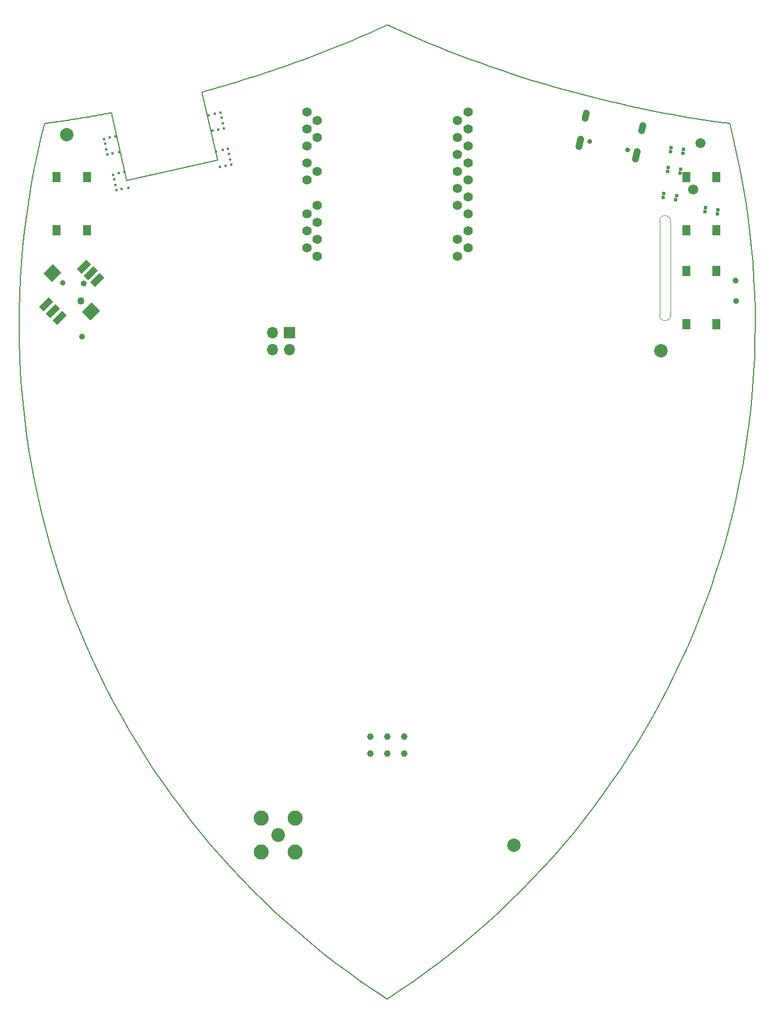
<source format=gbr>
%TF.GenerationSoftware,KiCad,Pcbnew,5.99.0-unknown-r17145-8bd2765f*%
%TF.CreationDate,2019-12-26T00:38:18+08:00*%
%TF.ProjectId,r2,72322e6b-6963-4616-945f-706362585858,rev?*%
%TF.SameCoordinates,Original*%
%TF.FileFunction,Soldermask,Top*%
%TF.FilePolarity,Negative*%
%FSLAX46Y46*%
G04 Gerber Fmt 4.6, Leading zero omitted, Abs format (unit mm)*
G04 Created by KiCad (PCBNEW 5.99.0-unknown-r17145-8bd2765f) date 2019-12-26 00:38:18*
%MOMM*%
%LPD*%
G04 APERTURE LIST*
%ADD10C,0.200000*%
%TA.AperFunction,Profile*%
%ADD11C,0.200000*%
%TD*%
%TA.AperFunction,Profile*%
%ADD12C,0.100000*%
%TD*%
%ADD13C,1.000000*%
%ADD14C,0.600000*%
%ADD15C,1.500000*%
%ADD16C,0.400000*%
%ADD17O,1.700000X1.700000*%
%ADD18R,1.700000X1.700000*%
%ADD19R,1.300000X1.550000*%
%ADD20C,2.250000*%
%ADD21C,2.050000*%
%ADD22C,0.800000*%
%ADD23C,1.100000*%
%ADD24C,2.000000*%
%ADD25C,0.900000*%
%ADD26C,1.400000*%
%ADD27C,0.650000*%
%ADD28C,1.000000*%
G04 APERTURE END LIST*
D10*
X-46883119Y57219047D02*
X-45998794Y55024030D01*
X-45072774Y52850080D01*
X-44105487Y50697719D01*
X-43097358Y48567469D01*
X-42048818Y46459852D01*
X-40960292Y44375391D01*
X-39832210Y42314607D01*
X-38664999Y40278023D01*
X-37459086Y38266162D01*
X-36214900Y36279544D01*
X-34932868Y34318693D01*
X-33613417Y32384130D01*
X-32256977Y30476379D01*
X-30863974Y28595960D01*
X-29434836Y26743397D01*
X-27969992Y24919211D01*
X-26469868Y23123925D01*
X-24934893Y21358060D01*
X-23365494Y19622140D01*
X-21762100Y17916686D01*
X-20125137Y16242221D01*
X-18455034Y14599266D01*
X-16752218Y12988344D01*
X-15017118Y11409978D01*
X-13250161Y9864688D01*
X-11451775Y8352998D01*
X-9622387Y6875430D01*
X-7762426Y5432506D01*
X-5872319Y4024748D01*
X-3952493Y2652678D01*
X-2003378Y1316819D01*
X-25400Y17693D01*
D11*
X-25387675Y125540899D02*
X-39068699Y122480184D01*
D10*
X-25400Y17693D02*
X1952607Y1316796D01*
X3901753Y2652634D01*
X5821608Y4024683D01*
X7711746Y5432421D01*
X9571738Y6875326D01*
X11401156Y8352876D01*
X13199573Y9864548D01*
X14966562Y11409821D01*
X16701693Y12988171D01*
X18404540Y14599078D01*
X20074674Y16242018D01*
X21711668Y17916470D01*
X23315094Y19621911D01*
X24884525Y21357819D01*
X26419532Y23123672D01*
X27919687Y24918948D01*
X29384563Y26743124D01*
X30813733Y28595678D01*
X32206768Y30476088D01*
X33563240Y32383832D01*
X34882722Y34318388D01*
X36164785Y36279233D01*
X37409003Y38265846D01*
X38614948Y40277703D01*
X39782190Y42314283D01*
X40910304Y44375064D01*
X41998860Y46459523D01*
X43047432Y48567138D01*
X44055591Y50697387D01*
X45022910Y52849748D01*
X45948960Y55023699D01*
X46833315Y57218717D01*
X46833315Y57218717D02*
X47674233Y59430739D01*
X48470235Y61655601D01*
X49221280Y63892629D01*
X49927327Y66141149D01*
X50588335Y68400488D01*
X51204266Y70669972D01*
X51775077Y72948926D01*
X52300728Y75236677D01*
X52781180Y77532551D01*
X53216391Y79835874D01*
X53606321Y82145973D01*
X53950931Y84462173D01*
X54250178Y86783801D01*
X54504023Y89110182D01*
X54712426Y91440644D01*
X54875345Y93774512D01*
X54992741Y96111112D01*
X55064573Y98449770D01*
X55090801Y100789813D01*
X55071384Y103130566D01*
X55006282Y105471357D01*
X54895454Y107811510D01*
X54738859Y110150353D01*
X54536459Y112487211D01*
X54288211Y114821411D01*
X53994075Y117152278D01*
X53654012Y119479139D01*
X53267981Y121801320D01*
X52835940Y124118147D01*
X52357850Y126428946D01*
X51833671Y128733044D01*
X51263362Y131029767D01*
D11*
X-27807059Y135739115D02*
X-25387675Y125540899D01*
D10*
X-41327353Y132632849D02*
X-41637711Y132574316D01*
X-41948184Y132516325D01*
X-42258772Y132458877D01*
X-42569473Y132401972D01*
X-42880287Y132345610D01*
X-43191214Y132289790D01*
X-43502252Y132234514D01*
X-43813401Y132179782D01*
X-44124660Y132125593D01*
X-44436029Y132071948D01*
X-44747506Y132018847D01*
X-45059091Y131966290D01*
X-45370784Y131914278D01*
X-45682583Y131862810D01*
X-45994488Y131811888D01*
X-46306499Y131761510D01*
X-46618614Y131711678D01*
X-46930833Y131662391D01*
X-47243155Y131613650D01*
X-47555579Y131565455D01*
X-47868106Y131517806D01*
X-48180733Y131470703D01*
X-48493461Y131424147D01*
X-48806288Y131378137D01*
X-49119214Y131332675D01*
X-49432238Y131287759D01*
X-49745360Y131243391D01*
X-50058579Y131199570D01*
X-50371894Y131156297D01*
X-50685304Y131113572D01*
X-50998809Y131071395D01*
X-51312409Y131029767D01*
X-25400Y145770600D02*
X-868405Y145387969D01*
X-1713210Y145009749D01*
X-2559797Y144635945D01*
X-3408149Y144266562D01*
X-4258247Y143901604D01*
X-5110075Y143541077D01*
X-5963614Y143184986D01*
X-6818848Y142833336D01*
X-7675758Y142486132D01*
X-8534327Y142143378D01*
X-9394538Y141805081D01*
X-10256373Y141471245D01*
X-11119814Y141141875D01*
X-11984844Y140816976D01*
X-12851445Y140496553D01*
X-13719600Y140180611D01*
X-14589292Y139869156D01*
X-15460501Y139562192D01*
X-16333212Y139259724D01*
X-17207406Y138961758D01*
X-18083067Y138668299D01*
X-18960175Y138379351D01*
X-19838715Y138094919D01*
X-20718667Y137815009D01*
X-21600016Y137539626D01*
X-22482742Y137268775D01*
X-23366829Y137002460D01*
X-24252259Y136740687D01*
X-25139015Y136483461D01*
X-26027078Y136230787D01*
X-26916432Y135982670D01*
X-27807059Y135739115D01*
D11*
X-39068699Y122480184D02*
X-41327353Y132632849D01*
D10*
X-51312409Y131029767D02*
X-51882734Y128733061D01*
X-52406930Y126428980D01*
X-52885037Y124118197D01*
X-53317096Y121801386D01*
X-53703146Y119479221D01*
X-54043228Y117152375D01*
X-54337383Y114821523D01*
X-54585651Y112487337D01*
X-54788072Y110150493D01*
X-54944687Y107811664D01*
X-55055536Y105471524D01*
X-55120661Y103130746D01*
X-55140100Y100790005D01*
X-55113895Y98449974D01*
X-55042086Y96111327D01*
X-54924714Y93774739D01*
X-54761819Y91440881D01*
X-54553441Y89110430D01*
X-54299621Y86784058D01*
X-54000399Y84462439D01*
X-53655816Y82146247D01*
X-53265911Y79836157D01*
X-52830727Y77532841D01*
X-52350302Y75236974D01*
X-51824678Y72949229D01*
X-51253895Y70670280D01*
X-50637993Y68400802D01*
X-49977013Y66141468D01*
X-49270995Y63892951D01*
X-48519980Y61655926D01*
X-47724007Y59431067D01*
X-46883119Y57219047D01*
X51263362Y131029767D02*
X49602155Y131256651D01*
X47943674Y131498917D01*
X46288025Y131756534D01*
X44635311Y132029473D01*
X42985636Y132317704D01*
X41339105Y132621196D01*
X39695823Y132939920D01*
X38055893Y133273846D01*
X36419420Y133622943D01*
X34786508Y133987182D01*
X33157261Y134366533D01*
X31531785Y134760965D01*
X29910183Y135170449D01*
X28292559Y135594955D01*
X26679018Y136034453D01*
X25069664Y136488913D01*
X23464602Y136958304D01*
X21863936Y137442597D01*
X20267770Y137941762D01*
X18676208Y138455769D01*
X17089356Y138984587D01*
X15507316Y139528188D01*
X13930194Y140086540D01*
X12358094Y140659615D01*
X10791120Y141247381D01*
X9229377Y141849809D01*
X7672968Y142466869D01*
X6121999Y143098531D01*
X4576573Y143744765D01*
X3036795Y144405541D01*
X1502769Y145080829D01*
X-25400Y145770600D01*
D12*
X42402116Y116476400D02*
X42402116Y102320000D01*
X40773836Y116476400D02*
G75*
G02X42402116Y116476400I814140J0D01*
G01*
X40773835Y102320000D02*
X40773835Y116476400D01*
X42402117Y102320000D02*
G75*
G02X40773835Y102320000I-814141J0D01*
G01*
D13*
%TO.C,J7*%
X2540000Y39270000D03*
X0Y39270000D03*
X-2540000Y39270000D03*
X2540000Y36730000D03*
X0Y36730000D03*
X-2540000Y36730000D03*
%TD*%
D14*
%TO.C,J10*%
X49551182Y118117317D03*
X49457321Y117524704D03*
X47580713Y117821929D03*
X47674574Y118414542D03*
X43209425Y119627985D03*
X43303285Y120220598D03*
X41332817Y119925210D03*
X41426677Y120517823D03*
X41426677Y120517823D03*
X43835163Y123578738D03*
X43929023Y124171351D03*
X41958555Y123875964D03*
X42052415Y124468577D03*
X44304466Y126541803D03*
X44398327Y127134416D03*
X42427858Y126839029D03*
X42521719Y127431642D03*
D15*
X46873375Y128058612D03*
X45778333Y121144793D03*
%TD*%
D16*
%TO.C,J3*%
X-24833373Y131865740D03*
X-26188805Y129920153D03*
X-25009250Y132646167D03*
X-26765212Y132250444D03*
X-25789678Y132470290D03*
X-24481619Y130304884D03*
X-25359600Y130107023D03*
X-24646504Y131036535D03*
X-23370019Y124917460D03*
X-25077204Y124532729D03*
X-24678077Y127082866D03*
X-25653612Y126863019D03*
X-23534903Y125649111D03*
X-23897649Y127258743D03*
X-23721772Y126478315D03*
X-24248000Y124719598D03*
X-42070788Y127161057D03*
X-42257657Y127990262D03*
X-40138949Y126776353D03*
X-41544561Y128919774D03*
X-42422542Y128721912D03*
X-41894911Y126380630D03*
X-40715356Y129106643D03*
X-41114483Y126556507D03*
X-40189076Y123587311D03*
X-39359872Y123774180D03*
X-40902173Y122657799D03*
X-41067057Y123389449D03*
X-40715303Y121828594D03*
X-38783464Y121443890D03*
X-39758999Y121224043D03*
X-40539426Y121048167D03*
%TD*%
D17*
%TO.C,J6*%
X-17170400Y97155000D03*
X-14630400Y97155000D03*
X-17170400Y99695000D03*
D18*
X-14630400Y99695000D03*
%TD*%
D19*
%TO.C,S4*%
X-45000000Y122975000D03*
X-45000000Y115025000D03*
X-49500000Y122975000D03*
X-49500000Y115025000D03*
%TD*%
%TO.C,S5*%
X44750000Y115025000D03*
X44750000Y122975000D03*
X49250000Y115025000D03*
X49250000Y122975000D03*
%TD*%
%TO.C,S7*%
X49250000Y108975000D03*
X49250000Y101025000D03*
X44750000Y108975000D03*
X44750000Y101025000D03*
%TD*%
D20*
%TO.C,J8*%
X-13804900Y27116900D03*
X-13804900Y22036900D03*
X-18884900Y22036900D03*
X-18884900Y27116900D03*
D21*
X-16344900Y24576900D03*
%TD*%
%TO.C,S6*%
G36*
X-50433957Y101908882D02*
G01*
X-51141064Y102615989D01*
X-49726851Y104030202D01*
X-49019744Y103323095D01*
X-50433957Y101908882D01*
G37*
G36*
X-51441585Y102916509D02*
G01*
X-52148692Y103623616D01*
X-50734479Y105037829D01*
X-50027372Y104330722D01*
X-51441585Y102916509D01*
G37*
G36*
X-49426330Y100901255D02*
G01*
X-50133437Y101608362D01*
X-48719224Y103022575D01*
X-48012117Y102315468D01*
X-49426330Y100901255D01*
G37*
G36*
X-43769476Y106558109D02*
G01*
X-44476583Y107265216D01*
X-43062370Y108679429D01*
X-42355263Y107972322D01*
X-43769476Y106558109D01*
G37*
G36*
X-44777103Y107565736D02*
G01*
X-45484210Y108272843D01*
X-44069997Y109687056D01*
X-43362890Y108979949D01*
X-44777103Y107565736D01*
G37*
G36*
X-45784730Y108573363D02*
G01*
X-46491837Y109280470D01*
X-45077624Y110694683D01*
X-44370517Y109987576D01*
X-45784730Y108573363D01*
G37*
G36*
X-50186470Y107318248D02*
G01*
X-51459262Y108591040D01*
X-50045048Y110005254D01*
X-48772256Y108732462D01*
X-50186470Y107318248D01*
G37*
G36*
X-44458907Y101590684D02*
G01*
X-45731699Y102863476D01*
X-44317485Y104277690D01*
X-43044693Y103004898D01*
X-44458907Y101590684D01*
G37*
D22*
X-48595480Y107141472D03*
D23*
X-45908474Y104454466D03*
%TD*%
D24*
%TO.C,FID3*%
X19000000Y23000000D03*
%TD*%
%TO.C,FID2*%
X41000000Y97000000D03*
%TD*%
%TO.C,FID1*%
X-48000000Y129400000D03*
%TD*%
D25*
%TO.C,S3*%
X52242548Y104495600D03*
X52137850Y107493772D03*
%TD*%
D26*
%TO.C,TP17*%
X-10495000Y128905000D03*
%TD*%
%TO.C,TP1*%
X10495000Y131445000D03*
%TD*%
%TO.C,TP16*%
X-12065000Y130175000D03*
%TD*%
%TO.C,TP2*%
X-12065000Y117475000D03*
%TD*%
%TO.C,TP3*%
X-10495000Y116205000D03*
%TD*%
%TO.C,TP4*%
X-10495000Y118745000D03*
%TD*%
%TO.C,TP5*%
X-12065000Y122555000D03*
%TD*%
%TO.C,TP6*%
X12065000Y117475000D03*
%TD*%
%TO.C,TP7*%
X12065000Y114935000D03*
%TD*%
%TO.C,TP8*%
X10495000Y118745000D03*
%TD*%
%TO.C,TP9*%
X-12065000Y114935000D03*
%TD*%
%TO.C,TP10*%
X-10495000Y123825000D03*
%TD*%
%TO.C,TP11*%
X-12065000Y125095000D03*
%TD*%
%TO.C,TP12*%
X-12065000Y127635000D03*
%TD*%
%TO.C,TP13*%
X-10495000Y131445000D03*
%TD*%
%TO.C,TP14*%
X-12065000Y132715000D03*
%TD*%
%TO.C,TP15*%
X12065000Y122555000D03*
%TD*%
%TO.C,TP18*%
X-12065000Y112395000D03*
%TD*%
%TO.C,TP19*%
X-10495000Y113665000D03*
%TD*%
%TO.C,TP20*%
X10495000Y113665000D03*
%TD*%
%TO.C,TP21*%
X12065000Y112395000D03*
%TD*%
%TO.C,TP22*%
X10495000Y111125000D03*
%TD*%
%TO.C,TP23*%
X-10495000Y111125000D03*
%TD*%
%TO.C,TP24*%
X10495000Y128905000D03*
%TD*%
%TO.C,TP25*%
X12065000Y130175000D03*
%TD*%
%TO.C,TP26*%
X10495000Y126365000D03*
%TD*%
%TO.C,TP27*%
X12065000Y127635000D03*
%TD*%
%TO.C,TP28*%
X10495000Y123825000D03*
%TD*%
%TO.C,TP29*%
X12065000Y125095000D03*
%TD*%
%TO.C,TP30*%
X12065000Y120015000D03*
%TD*%
%TO.C,TP31*%
X10495000Y121285000D03*
%TD*%
%TO.C,TP32*%
X12065000Y132715000D03*
%TD*%
D27*
%TO.C,J2*%
X35971494Y127074490D02*
X35971494Y127074490D01*
X30328506Y128325510D02*
X30328506Y128325510D01*
D28*
X38244179Y130718979D02*
X38071027Y129937943D01*
X29808982Y132589018D02*
X29635830Y131807982D01*
X37378421Y126813796D02*
X37140337Y125739870D01*
X28943223Y128683834D02*
X28705139Y127609908D01*
%TD*%
D25*
%TO.C,J4*%
X-45455529Y107106958D03*
X-45734725Y99111831D03*
%TD*%
M02*

</source>
